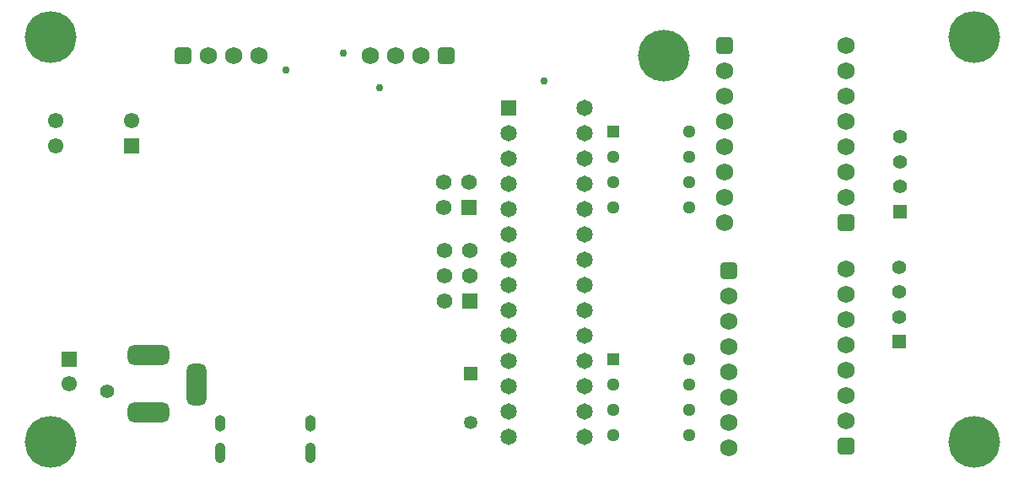
<source format=gbs>
G04*
G04 #@! TF.GenerationSoftware,Altium Limited,Altium Designer,24.2.2 (26)*
G04*
G04 Layer_Color=16711935*
%FSLAX44Y44*%
%MOMM*%
G71*
G04*
G04 #@! TF.SameCoordinates,697C3EBA-3636-4A45-A11A-30362066544D*
G04*
G04*
G04 #@! TF.FilePolarity,Negative*
G04*
G01*
G75*
%ADD51C,1.7500*%
G04:AMPARAMS|DCode=52|XSize=1.75mm|YSize=1.75mm|CornerRadius=0.475mm|HoleSize=0mm|Usage=FLASHONLY|Rotation=270.000|XOffset=0mm|YOffset=0mm|HoleType=Round|Shape=RoundedRectangle|*
%AMROUNDEDRECTD52*
21,1,1.7500,0.8000,0,0,270.0*
21,1,0.8000,1.7500,0,0,270.0*
1,1,0.9500,-0.4000,-0.4000*
1,1,0.9500,-0.4000,0.4000*
1,1,0.9500,0.4000,0.4000*
1,1,0.9500,0.4000,-0.4000*
%
%ADD52ROUNDEDRECTD52*%
G04:AMPARAMS|DCode=53|XSize=1.75mm|YSize=1.75mm|CornerRadius=0.475mm|HoleSize=0mm|Usage=FLASHONLY|Rotation=180.000|XOffset=0mm|YOffset=0mm|HoleType=Round|Shape=RoundedRectangle|*
%AMROUNDEDRECTD53*
21,1,1.7500,0.8000,0,0,180.0*
21,1,0.8000,1.7500,0,0,180.0*
1,1,0.9500,-0.4000,0.4000*
1,1,0.9500,0.4000,0.4000*
1,1,0.9500,0.4000,-0.4000*
1,1,0.9500,-0.4000,-0.4000*
%
%ADD53ROUNDEDRECTD53*%
%ADD54C,1.6500*%
%ADD55R,1.6500X1.6500*%
%ADD56C,1.5500*%
%ADD57R,1.5500X1.5500*%
%ADD58C,1.4000*%
%ADD59R,1.4000X1.4000*%
%ADD60R,1.2900X1.2900*%
%ADD61C,1.2900*%
%ADD62C,1.3500*%
%ADD63R,1.3500X1.3500*%
%ADD64R,1.5700X1.5700*%
%ADD65C,1.5700*%
G04:AMPARAMS|DCode=66|XSize=4.15mm|YSize=1.95mm|CornerRadius=0.525mm|HoleSize=0mm|Usage=FLASHONLY|Rotation=270.000|XOffset=0mm|YOffset=0mm|HoleType=Round|Shape=RoundedRectangle|*
%AMROUNDEDRECTD66*
21,1,4.1500,0.9000,0,0,270.0*
21,1,3.1000,1.9500,0,0,270.0*
1,1,1.0500,-0.4500,-1.5500*
1,1,1.0500,-0.4500,1.5500*
1,1,1.0500,0.4500,1.5500*
1,1,1.0500,0.4500,-1.5500*
%
%ADD66ROUNDEDRECTD66*%
G04:AMPARAMS|DCode=67|XSize=4.15mm|YSize=1.95mm|CornerRadius=0.525mm|HoleSize=0mm|Usage=FLASHONLY|Rotation=180.000|XOffset=0mm|YOffset=0mm|HoleType=Round|Shape=RoundedRectangle|*
%AMROUNDEDRECTD67*
21,1,4.1500,0.9000,0,0,180.0*
21,1,3.1000,1.9500,0,0,180.0*
1,1,1.0500,-1.5500,0.4500*
1,1,1.0500,1.5500,0.4500*
1,1,1.0500,1.5500,-0.4500*
1,1,1.0500,-1.5500,-0.4500*
%
%ADD67ROUNDEDRECTD67*%
G04:AMPARAMS|DCode=68|XSize=1.1mm|YSize=2.05mm|CornerRadius=0.55mm|HoleSize=0mm|Usage=FLASHONLY|Rotation=0.000|XOffset=0mm|YOffset=0mm|HoleType=Round|Shape=RoundedRectangle|*
%AMROUNDEDRECTD68*
21,1,1.1000,0.9500,0,0,0.0*
21,1,0.0000,2.0500,0,0,0.0*
1,1,1.1000,0.0000,-0.4750*
1,1,1.1000,0.0000,-0.4750*
1,1,1.1000,0.0000,0.4750*
1,1,1.1000,0.0000,0.4750*
%
%ADD68ROUNDEDRECTD68*%
%ADD69R,1.5500X1.5500*%
%ADD70C,5.2000*%
%ADD71C,1.4200*%
%ADD72C,0.7500*%
G04:AMPARAMS|DCode=89|XSize=1.1mm|YSize=1.65mm|CornerRadius=0.55mm|HoleSize=0mm|Usage=FLASHONLY|Rotation=0.000|XOffset=0mm|YOffset=0mm|HoleType=Round|Shape=RoundedRectangle|*
%AMROUNDEDRECTD89*
21,1,1.1000,0.5500,0,0,0.0*
21,1,0.0000,1.6500,0,0,0.0*
1,1,1.1000,0.0000,-0.2750*
1,1,1.1000,0.0000,-0.2750*
1,1,1.1000,0.0000,0.2750*
1,1,1.1000,0.0000,0.2750*
%
%ADD89ROUNDEDRECTD89*%
D51*
X1680438Y505975D02*
D03*
Y531375D02*
D03*
Y582174D02*
D03*
Y632975D02*
D03*
Y658374D02*
D03*
Y607575D02*
D03*
Y556774D02*
D03*
X1375327Y673633D02*
D03*
X1349927D02*
D03*
X1324527D02*
D03*
X1801681Y683536D02*
D03*
Y658136D02*
D03*
Y607336D02*
D03*
Y556536D02*
D03*
Y531136D02*
D03*
Y581936D02*
D03*
Y632736D02*
D03*
X1683927Y279650D02*
D03*
Y305049D02*
D03*
Y355849D02*
D03*
Y406650D02*
D03*
Y432049D02*
D03*
Y381250D02*
D03*
Y330449D02*
D03*
X1802378Y459322D02*
D03*
Y433922D02*
D03*
Y383121D02*
D03*
Y332322D02*
D03*
Y306922D02*
D03*
Y357721D02*
D03*
Y408521D02*
D03*
X1162076Y673633D02*
D03*
X1187476D02*
D03*
X1212876D02*
D03*
D52*
X1680438Y683774D02*
D03*
X1801681Y505736D02*
D03*
X1683927Y457449D02*
D03*
X1802378Y281521D02*
D03*
D53*
X1400727Y673633D02*
D03*
X1136676D02*
D03*
D54*
X1539240Y290830D02*
D03*
Y341630D02*
D03*
Y367030D02*
D03*
Y392430D02*
D03*
Y417830D02*
D03*
Y443230D02*
D03*
Y468630D02*
D03*
Y494030D02*
D03*
Y519430D02*
D03*
Y544830D02*
D03*
Y570230D02*
D03*
Y595630D02*
D03*
Y621030D02*
D03*
X1463040Y290830D02*
D03*
Y316230D02*
D03*
Y341630D02*
D03*
Y367030D02*
D03*
Y392430D02*
D03*
Y417830D02*
D03*
Y443230D02*
D03*
Y468630D02*
D03*
Y494030D02*
D03*
Y519430D02*
D03*
Y544830D02*
D03*
Y570230D02*
D03*
Y595630D02*
D03*
X1539240Y316230D02*
D03*
D55*
X1463040Y621030D02*
D03*
D56*
X1022626Y343908D02*
D03*
X1084958Y607850D02*
D03*
X1008757D02*
D03*
Y582450D02*
D03*
D57*
X1022626Y368908D02*
D03*
D58*
X1855995Y591873D02*
D03*
Y566873D02*
D03*
Y541873D02*
D03*
X1855589Y461210D02*
D03*
Y436210D02*
D03*
Y411210D02*
D03*
D59*
X1855995Y516873D02*
D03*
X1855589Y386210D02*
D03*
D60*
X1568450Y368300D02*
D03*
Y596900D02*
D03*
D61*
Y342900D02*
D03*
Y317500D02*
D03*
Y292100D02*
D03*
X1644650D02*
D03*
Y317500D02*
D03*
Y342900D02*
D03*
Y368300D02*
D03*
X1568450Y571500D02*
D03*
Y546100D02*
D03*
Y520700D02*
D03*
X1644650D02*
D03*
Y546100D02*
D03*
Y571500D02*
D03*
Y596900D02*
D03*
D62*
X1425128Y304930D02*
D03*
D63*
Y353730D02*
D03*
D64*
X1424200Y427037D02*
D03*
X1423850Y520636D02*
D03*
D65*
X1424200Y452437D02*
D03*
Y477837D02*
D03*
X1398800Y427037D02*
D03*
Y452437D02*
D03*
Y477837D02*
D03*
X1398450Y546036D02*
D03*
X1423850D02*
D03*
X1398450Y520636D02*
D03*
D66*
X1150233Y342851D02*
D03*
D67*
X1102233Y314851D02*
D03*
Y372851D02*
D03*
D68*
X1174000Y274550D02*
D03*
X1264400D02*
D03*
D69*
X1084958Y582450D02*
D03*
D70*
X1930400Y285750D02*
D03*
Y692150D02*
D03*
X1619250Y673100D02*
D03*
X1003300Y285750D02*
D03*
Y692150D02*
D03*
D71*
X1060450Y336550D02*
D03*
D72*
X1297309Y676164D02*
D03*
X1240212Y658527D02*
D03*
X1333500Y641350D02*
D03*
X1498600Y647700D02*
D03*
D89*
X1174000Y304550D02*
D03*
X1264400D02*
D03*
M02*

</source>
